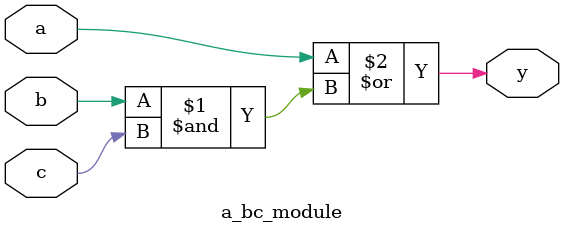
<source format=v>
module a_bc_module(y,a,b,c);
input a,b,c;
output y;

assign y= a | ( b & c ) ;































endmodule 
</source>
